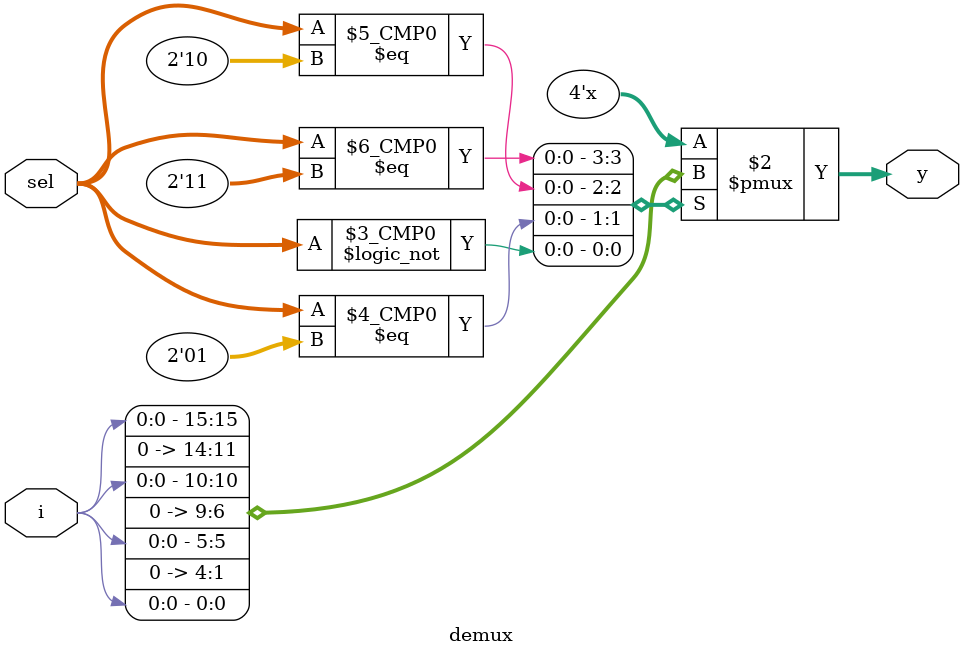
<source format=v>
module demux(input wire i,input wire [1:0]sel,output reg [3:0]y);
	always@(*) begin
			case (sel)
				2'b11:y={i,3'b000};
				2'b10:y={1'b0,i,2'b00};
				2'b01:y={2'b00,i,1'b0};
				2'b00:y={3'b000,i};
			//	default:y=2'b0;
			endcase
	end
endmodule



</source>
